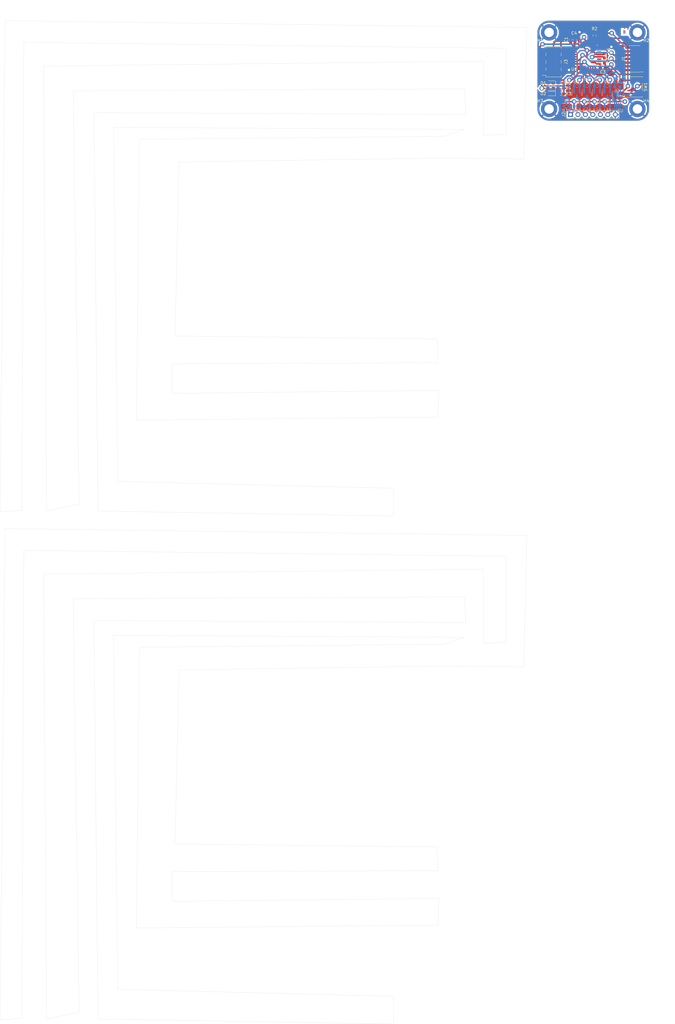
<source format=kicad_pcb>
(kicad_pcb (version 20221018) (generator pcbnew)
  (layers (0 "F.Cu" signal) (31 "B.Cu" signal) (34 "B.Paste" user) (35 "F.Paste" user) (36 "B.SilkS" user "B.Silkscreen") (37 "F.SilkS" user "F.Silkscreen") (38 "B.Mask" user) (39 "F.Mask" user) (44 "Edge.Cuts" user))
  (net 0 "")
  (net 1 "+5V-v2-")
  (net 2 "GND-v2-")
  (net 3 "+3.3V-v2-")
  (net 4 "Net-(D1-K)-v2-")
  (net 6 "Net-(D3-K)-v2-")
  (net 7 "Status_LED-v2-")
  (net 8 "Data_Clock_SNES-v2-")
  (net 9 "Data_Latch_SNES-v2-")
  (net 10 "Net-(D2-K)-v2-")
  (net 11 "Serial_Data1_SNES-v2-")
  (net 12 "Serial_Data2_SNES-v2-")
  (net 13 "SPI_Chip_Select-v2-")
  (net 14 "Chip_Enable-v2-")
  (net 15 "SPI_Digital_Input-v2-")
  (net 16 "SPI_Clock-v2-")
  (net 17 "SPI_Digital_Output-v2-")
  (net 18 "IOBit_SNES-v2-")
  (net 19 "Data_Clock_STM32-v2-")
  (net 20 "Data_Latch_STM32-v2-")
  (net 21 "Appairing_Btn-v2-")
  (net 22 "Net-(U2-BP)-v2-")
  (net 23 "SWDIO-v2-")
  (net 24 "SWDCK-v2-")
  (net 27 "NRST-v2-")
  (net 28 "USART2_RX-v2-")
  (net 29 "USART2_TX-v2-")
  (net 30 "Serial_Data1_STM32-v2-")
  (net 31 "IOBit_STM32-v2-")
  (net 32 "Serial_Data2_STM32-v2-")
  (footprint "Resistor_SMD:R_0603_1608Metric_Pad0.98x0.95mm_HandSolder" (layer "F.Cu") (at 203.17 6.32 90)
    (fp_text reference "R2")
    (fp_text value "10k")
  )
  (footprint "Resistor_SMD:R_0603_1608Metric_Pad0.98x0.95mm_HandSolder" (layer "F.Cu") (at 191.76875 24.25)
    (fp_text reference "R4")
    (fp_text value "1k")
  )
  (footprint "Connector_PinHeader_1.27mm:PinHeader_2x07_P1.27mm_Vertical_SMD" (layer "F.Cu") (at 216.75 14.25 180)
    (fp_text reference "J1")
    (fp_text value "Conn_02x07_Odd_Even")
  )
  (footprint "Diode_SMD:D_0603_1608Metric_Pad1.05x0.95mm_HandSolder" (layer "F.Cu") (at 188.26875 22.45 180)
    (fp_text reference "D1")
    (fp_text value "LED_Small")
  )
  (footprint "Capacitor_SMD:C_0603_1608Metric_Pad1.08x0.95mm_HandSolder" (layer "F.Cu") (at 195.05 7.75 90)
    (fp_text reference "C1")
    (fp_text value "10u")
  )
  (footprint "Resistor_SMD:R_0603_1608Metric_Pad0.98x0.95mm_HandSolder" (layer "F.Cu") (at 191.76875 22.45)
    (fp_text reference "R1")
    (fp_text value "1k")
  )
  (footprint "MountingHole:MountingHole_3.2mm_M3_DIN965_Pad" (layer "F.Cu") (at 217.75 5.25)
    (fp_text reference "H2")
    (fp_text value "MountingHole_Pad")
  )
  (footprint "Resistor_SMD:R_0603_1608Metric_Pad0.98x0.95mm_HandSolder" (layer "F.Cu") (at 191.76875 26.05)
    (fp_text reference "R3")
    (fp_text value "1k")
  )
  (footprint "Capacitor_SMD:C_0603_1608Metric_Pad1.08x0.95mm_HandSolder" (layer "F.Cu") (at 196.55 7.75 90)
    (fp_text reference "C4")
    (fp_text value "100n")
  )
  (footprint "MountingHole:MountingHole_3.2mm_M3_DIN965_Pad" (layer "F.Cu") (at 187.75 31.25)
    (fp_text reference "H3")
    (fp_text value "MountingHole_Pad")
  )
  (footprint "MountingHole:MountingHole_3.2mm_M3_DIN965_Pad" (layer "F.Cu") (at 187.75 5.25)
    (fp_text reference "H1")
    (fp_text value "MountingHole_Pad")
  )
  (footprint "Connector_PinSocket_2.54mm:PinSocket_2x04_P2.54mm_Vertical_SMD" (layer "F.Cu") (at 189.25 15.25 180)
    (fp_text reference "J3")
    (fp_text value "Conn_01x08_Socket")
  )
  (footprint "Package_QFP:LQFP-32_7x7mm_P0.8mm" (layer "F.Cu") (at 200.6 13.15 180)
    (fp_text reference "U1")
    (fp_text value "STM32L412KBTx")
  )
  (footprint "Diode_SMD:D_0603_1608Metric_Pad1.05x0.95mm_HandSolder" (layer "F.Cu") (at 188.26875 24.25 180)
    (fp_text reference "D3")
    (fp_text value "LED")
  )
  (footprint "Button_Switch_SMD:SW_SPST_B3S-1000" (layer "F.Cu") (at 216.25 23.75 180)
    (fp_text reference "SW1")
    (fp_text value "SW_SPST")
  )
  (footprint "Connector_PinHeader_2.54mm:PinHeader_1x07_P2.54mm_Vertical" (layer "F.Cu") (at 195 33.15 90)
    (fp_text reference "J2")
    (fp_text value "Conn_01x07_Socket")
  )
  (footprint "Diode_SMD:D_0603_1608Metric_Pad1.05x0.95mm_HandSolder" (layer "F.Cu") (at 188.26875 26.05 180)
    (fp_text reference "D2")
    (fp_text value "LED_Small")
  )
  (footprint "Capacitor_SMD:C_0603_1608Metric_Pad1.08x0.95mm_HandSolder" (layer "F.Cu") (at 206.51 11.5 90)
    (fp_text reference "C5")
    (fp_text value "100n")
  )
  (footprint "MountingHole:MountingHole_3.2mm_M3_DIN965_Pad" (layer "F.Cu") (at 217.75 31.25)
    (fp_text reference "H4")
    (fp_text value "MountingHole_Pad")
  )
  (footprint "Capacitor_SMD:C_0603_1608Metric_Pad1.08x0.95mm_HandSolder" (layer "F.Cu") (at 206.0025 17.19)
    (fp_text reference "C3")
    (fp_text value "100n")
  )
  (footprint "Capacitor_SMD:C_0603_1608Metric_Pad1.08x0.95mm_HandSolder" (layer "F.Cu") (at 206.51 14.8025 90)
    (fp_text reference "C2")
    (fp_text value "100n")
  )
  (footprint "Package_TO_SOT_SMD:SOT-23" (layer "B.Cu") (at 193.7 26.15 -90)
    (fp_text reference "Q1")
    (fp_text value "2N7002")
  )
  (footprint "Resistor_SMD:R_0603_1608Metric_Pad0.98x0.95mm_HandSolder" (layer "B.Cu") (at 200.6 23.45)
    (fp_text reference "R7")
    (fp_text value "10k")
  )
  (footprint "Capacitor_SMD:C_0603_1608Metric_Pad1.08x0.95mm_HandSolder" (layer "B.Cu") (at 210.9 22.2 180)
    (fp_text reference "C7")
    (fp_text value "2.2u")
  )
  (footprint "Package_TO_SOT_SMD:SOT-23" (layer "B.Cu") (at 204.05 26.15 -90)
    (fp_text reference "Q4")
    (fp_text value "2N7002")
  )
  (footprint "Package_TO_SOT_SMD:SOT-23" (layer "B.Cu") (at 207.5 26.15 -90)
    (fp_text reference "Q5")
    (fp_text value "2N7002")
  )
  (footprint "Package_SO:MSOP-8_3x3mm_P0.65mm" (layer "B.Cu") (at 211.0125 27.9 -90)
    (fp_text reference "U2")
    (fp_text value "MIC5219-3.3YMM")
  )
  (footprint "Resistor_SMD:R_0603_1608Metric_Pad0.98x0.95mm_HandSolder" (layer "B.Cu") (at 204.05 23.45)
    (fp_text reference "R8")
    (fp_text value "10k")
  )
  (footprint "Capacitor_SMD:C_0603_1608Metric_Pad1.08x0.95mm_HandSolder" (layer "B.Cu") (at 210.9 23.7 180)
    (fp_text reference "C6")
    (fp_text value "470p")
  )
  (footprint "Resistor_SMD:R_0603_1608Metric_Pad0.98x0.95mm_HandSolder" (layer "B.Cu") (at 197.15 23.45)
    (fp_text reference "R6")
    (fp_text value "10k")
  )
  (footprint "Resistor_SMD:R_0603_1608Metric_Pad0.98x0.95mm_HandSolder" (layer "B.Cu") (at 204.05 30.35)
    (fp_text reference "R13")
    (fp_text value "10k")
  )
  (footprint "Resistor_SMD:R_0603_1608Metric_Pad0.98x0.95mm_HandSolder" (layer "B.Cu") (at 193.7 30.35)
    (fp_text reference "R10")
    (fp_text value "10k")
  )
  (footprint "Resistor_SMD:R_0603_1608Metric_Pad0.98x0.95mm_HandSolder" (layer "B.Cu") (at 207.5 30.35)
    (fp_text reference "R14")
    (fp_text value "10k")
  )
  (footprint "Resistor_SMD:R_0603_1608Metric_Pad0.98x0.95mm_HandSolder" (layer "B.Cu") (at 193.7 23.45)
    (fp_text reference "R5")
    (fp_text value "10k")
  )
  (footprint "Package_TO_SOT_SMD:SOT-23" (layer "B.Cu") (at 200.6 26.15 -90)
    (fp_text reference "Q3")
    (fp_text value "2N7002")
  )
  (footprint "Resistor_SMD:R_0603_1608Metric_Pad0.98x0.95mm_HandSolder" (layer "B.Cu") (at 200.6 30.35)
    (fp_text reference "R12")
    (fp_text value "10k")
  )
  (footprint "Package_TO_SOT_SMD:SOT-23" (layer "B.Cu") (at 197.15 26.15 -90)
    (fp_text reference "Q2")
    (fp_text value "2N7002")
  )
  (footprint "Resistor_SMD:R_0603_1608Metric_Pad0.98x0.95mm_HandSolder" (layer "B.Cu") (at 207.5 23.45)
    (fp_text reference "R9")
    (fp_text value "10k")
  )
  (footprint "Resistor_SMD:R_0603_1608Metric_Pad0.98x0.95mm_HandSolder" (layer "B.Cu") (at 197.15 30.35)
    (fp_text reference "R11")
    (fp_text value "10k")
  )
  (gr_line (start 2.929937 173.74989) (end 1.249937 340.62989) (stroke (width 0.05)) (layer "Edge.Cuts"))
  (gr_line (start 180.219937 3.59989) (end 2.929937 1.24989) (stroke (width 0.05)) (layer "Edge.Cuts"))
  (gr_line (start 159.059937 24.41989) (end 159.399937 33.14989) (stroke (width 0.05)) (layer "Edge.Cuts"))
  (gr_line (start 47.589937 309.39989) (end 149.999937 308.38989) (stroke (width 0.05)) (layer "Edge.Cuts"))
  (gr_line (start 59.679937 117.75989) (end 149.999937 117.42989) (stroke (width 0.05)) (layer "Edge.Cuts"))
  (gr_line (start 1.249937 340.62989) (end 8.639937 339.94989) (stroke (width 0.05)) (layer "Edge.Cuts"))
  (gr_line (start 17.039937 167.78989) (end 28.119937 165.43989) (stroke (width 0.05)) (layer "Edge.Cuts"))
  (gr_line (start 39.869937 37.50989) (end 158.729937 38.18989) (stroke (width 0.05)) (layer "Edge.Cuts"))
  (gr_line (start 183.75 31.25) (end 183.75 5.25) (stroke (width 0.1)) (layer "Edge.Cuts"))
  (gr_line (start 158.729937 210.68989) (end 152.349937 213.03989) (stroke (width 0.05)) (layer "Edge.Cuts"))
  (gr_line (start 59.679937 290.25989) (end 149.999937 289.92989) (stroke (width 0.05)) (layer "Edge.Cuts"))
  (gr_line (start 179.209937 48.25989) (end 180.219937 3.59989) (stroke (width 0.05)) (layer "Edge.Cuts"))
  (gr_line (start 34.489937 340.28989) (end 134.889937 341.96989) (stroke (width 0.05)) (layer "Edge.Cuts"))
  (gr_line (start 152.349937 213.03989) (end 48.599937 214.03989) (stroke (width 0.05)) (layer "Edge.Cuts"))
  (gr_line (start 9.309937 181.13989) (end 173.159937 183.14989) (stroke (width 0.05)) (layer "Edge.Cuts"))
  (gr_line (start 33.149937 204.97989) (end 34.489937 340.28989) (stroke (width 0.05)) (layer "Edge.Cuts"))
  (gr_line (start 150.329937 126.82989) (end 59.679937 127.82989) (stroke (width 0.05)) (layer "Edge.Cuts"))
  (gr_line (start 47.589937 136.89989) (end 149.999937 135.88989) (stroke (width 0.05)) (layer "Edge.Cuts"))
  (gr_line (start 9.309937 8.63989) (end 173.159937 10.64989) (stroke (width 0.05)) (layer "Edge.Cuts"))
  (gr_line (start 153.019937 47.91989) (end 179.209937 48.25989) (stroke (width 0.05)) (layer "Edge.Cuts"))
  (gr_line (start 26.099937 25.08989) (end 159.059937 24.41989) (stroke (width 0.05)) (layer "Edge.Cuts"))
  (gr_line (start 159.399937 205.64989) (end 33.149937 204.97989) (stroke (width 0.05)) (layer "Edge.Cuts"))
  (gr_line (start 134.889937 160.06989) (end 41.209937 157.71989) (stroke (width 0.05)) (layer "Edge.Cuts"))
  (gr_line (start 41.209937 330.21989) (end 39.869937 210.00989) (stroke (width 0.05)) (layer "Edge.Cuts"))
  (gr_line (start 150.329937 299.32989) (end 59.679937 300.32989) (stroke (width 0.05)) (layer "Edge.Cuts"))
  (gr_line (start 62.029937 221.76989) (end 153.019937 220.41989) (stroke (width 0.05)) (layer "Edge.Cuts"))
  (gr_line (start 187.75 1.25) (end 217.75 1.25) (stroke (width 0.1)) (layer "Edge.Cuts"))
  (gr_arc (start 221.75 31.25) (mid 220.578427 34.078427) (end 217.75 35.25) (stroke (width 0.1)) (layer "Edge.Cuts"))
  (gr_line (start 16.029937 16.69989) (end 17.039937 167.78989) (stroke (width 0.05)) (layer "Edge.Cuts"))
  (gr_line (start 173.159937 212.35989) (end 165.439937 212.69989) (stroke (width 0.05)) (layer "Edge.Cuts"))
  (gr_line (start 134.889937 332.56989) (end 41.209937 330.21989) (stroke (width 0.05)) (layer "Edge.Cuts"))
  (gr_line (start 59.679937 300.32989) (end 59.679937 290.25989) (stroke (width 0.05)) (layer "Edge.Cuts"))
  (gr_arc (start 183.75 5.25) (mid 184.921573 2.421573) (end 187.75 1.25) (stroke (width 0.1)) (layer "Edge.Cuts"))
  (gr_line (start 60.679937 108.35989) (end 62.029937 49.26989) (stroke (width 0.05)) (layer "Edge.Cuts"))
  (gr_line (start 149.999937 117.42989) (end 149.659937 109.36989) (stroke (width 0.05)) (layer "Edge.Cuts"))
  (gr_line (start 28.119937 337.93989) (end 26.099937 197.58989) (stroke (width 0.05)) (layer "Edge.Cuts"))
  (gr_line (start 165.439937 187.51989) (end 16.029937 189.19989) (stroke (width 0.05)) (layer "Edge.Cuts"))
  (gr_line (start 221.75 5.25) (end 221.75 31.25) (stroke (width 0.1)) (layer "Edge.Cuts"))
  (gr_arc (start 217.75 1.25) (mid 220.578427 2.421573) (end 221.75 5.25) (stroke (width 0.1)) (layer "Edge.Cuts"))
  (gr_line (start 33.149937 32.47989) (end 34.489937 167.78989) (stroke (width 0.05)) (layer "Edge.Cuts"))
  (gr_line (start 165.439937 40.19989) (end 165.439937 15.01989) (stroke (width 0.05)) (layer "Edge.Cuts"))
  (gr_line (start 173.159937 39.85989) (end 165.439937 40.19989) (stroke (width 0.05)) (layer "Edge.Cuts"))
  (gr_line (start 134.889937 341.96989) (end 134.889937 332.56989) (stroke (width 0.05)) (layer "Edge.Cuts"))
  (gr_line (start 158.729937 38.18989) (end 152.349937 40.53989) (stroke (width 0.05)) (layer "Edge.Cuts"))
  (gr_line (start 48.599937 214.03989) (end 47.589937 309.39989) (stroke (width 0.05)) (layer "Edge.Cuts"))
  (gr_line (start 41.209937 157.71989) (end 39.869937 37.50989) (stroke (width 0.05)) (layer "Edge.Cuts"))
  (gr_line (start 59.679937 127.82989) (end 59.679937 117.75989) (stroke (width 0.05)) (layer "Edge.Cuts"))
  (gr_line (start 159.059937 196.91989) (end 159.399937 205.64989) (stroke (width 0.05)) (layer "Edge.Cuts"))
  (gr_line (start 16.029937 189.19989) (end 17.039937 340.28989) (stroke (width 0.05)) (layer "Edge.Cuts"))
  (gr_line (start 149.999937 135.88989) (end 150.329937 126.82989) (stroke (width 0.05)) (layer "Edge.Cuts"))
  (gr_line (start 165.439937 212.69989) (end 165.439937 187.51989) (stroke (width 0.05)) (layer "Edge.Cuts"))
  (gr_line (start 28.119937 165.43989) (end 26.099937 25.08989) (stroke (width 0.05)) (layer "Edge.Cuts"))
  (gr_line (start 153.019937 220.41989) (end 179.209937 220.75989) (stroke (width 0.05)) (layer "Edge.Cuts"))
  (gr_line (start 8.639937 167.44989) (end 9.309937 8.63989) (stroke (width 0.05)) (layer "Edge.Cuts"))
  (gr_line (start 34.489937 167.78989) (end 134.889937 169.46989) (stroke (width 0.05)) (layer "Edge.Cuts"))
  (gr_arc (start 187.75 35.25) (mid 184.921573 34.078427) (end 183.75 31.25) (stroke (width 0.1)) (layer "Edge.Cuts"))
  (gr_line (start 159.399937 33.14989) (end 33.149937 32.47989) (stroke (width 0.05)) (layer "Edge.Cuts"))
  (gr_line (start 180.219937 176.09989) (end 2.929937 173.74989) (stroke (width 0.05)) (layer "Edge.Cuts"))
  (gr_line (start 62.029937 49.26989) (end 153.019937 47.91989) (stroke (width 0.05)) (layer "Edge.Cuts"))
  (gr_line (start 48.599937 41.53989) (end 47.589937 136.89989) (stroke (width 0.05)) (layer "Edge.Cuts"))
  (gr_line (start 149.999937 289.92989) (end 149.659937 281.86989) (stroke (width 0.05)) (layer "Edge.Cuts"))
  (gr_line (start 26.099937 197.58989) (end 159.059937 196.91989) (stroke (width 0.05)) (layer "Edge.Cuts"))
  (gr_line (start 173.159937 10.64989) (end 173.159937 39.85989) (stroke (width 0.05)) (layer "Edge.Cuts"))
  (gr_line (start 165.439937 15.01989) (end 16.029937 16.69989) (stroke (width 0.05)) (layer "Edge.Cuts"))
  (gr_line (start 2.929937 1.24989) (end 1.249937 168.12989) (stroke (width 0.05)) (layer "Edge.Cuts"))
  (gr_line (start 60.679937 280.85989) (end 62.029937 221.76989) (stroke (width 0.05)) (layer "Edge.Cuts"))
  (gr_line (start 1.249937 168.12989) (end 8.639937 167.44989) (stroke (width 0.05)) (layer "Edge.Cuts"))
  (gr_line (start 149.999937 308.38989) (end 150.329937 299.32989) (stroke (width 0.05)) (layer "Edge.Cuts"))
  (gr_line (start 152.349937 40.53989) (end 48.599937 41.53989) (stroke (width 0.05)) (layer "Edge.Cuts"))
  (gr_line (start 149.659937 281.86989) (end 60.679937 280.85989) (stroke (width 0.05)) (layer "Edge.Cuts"))
  (gr_line (start 179.209937 220.75989) (end 180.219937 176.09989) (stroke (width 0.05)) (layer "Edge.Cuts"))
  (gr_line (start 173.159937 183.14989) (end 173.159937 212.35989) (stroke (width 0.05)) (layer "Edge.Cuts"))
  (gr_line (start 39.869937 210.00989) (end 158.729937 210.68989) (stroke (width 0.05)) (layer "Edge.Cuts"))
  (gr_line (start 8.639937 339.94989) (end 9.309937 181.13989) (stroke (width 0.05)) (layer "Edge.Cuts"))
  (gr_line (start 17.039937 340.28989) (end 28.119937 337.93989) (stroke (width 0.05)) (layer "Edge.Cuts"))
  (gr_line (start 217.75 35.25) (end 187.75 35.25) (stroke (width 0.1)) (layer "Edge.Cuts"))
  (gr_line (start 134.889937 169.46989) (end 134.889937 160.06989) (stroke (width 0.05)) (layer "Edge.Cuts"))
  (gr_line (start 149.659937 109.36989) (end 60.679937 108.35989) (stroke (width 0.05)) (layer "Edge.Cuts"))
  (gr_text "T" (at 212.75 5.75) (layer "F.Cu") (effects (font (size 1 1)) (justify left bottom)))
  (gr_text "SNES Plug" (at 205.75 3.75) (layer "F.Cu") (effects (font (size 1 1)) (justify left bottom)))
  (gr_text "B" (at 212.75 5.75) (layer "B.Cu") (effects (font (size 1 1)) (justify left bottom)))
  (segment (start 187.39375 26.05) (end 187.39375 26.084561) (width 0.5) (layer "F.Cu") (net 1))
  (segment (start 187.39375 26.084561) (end 188.809189 27.5) (width 0.5) (layer "F.Cu") (net 1))
  (segment (start 190.25 27.5) (end 191.5 28.75) (width 0.5) (layer "F.Cu") (net 1))
  (segment (start 191.5 28.75) (end 196.2375 28.75) (width 0.5) (layer "F.Cu") (net 1))
  (segment (start 196.2375 31.9125) (end 195 33.15) (width 0.5) (layer "F.Cu") (net 1))
  (segment (start 196.2375 28.75) (end 196.2375 31.9125) (width 0.5) (layer "F.Cu") (net 1))
  (segment (start 196.2375 28.75) (end 199.6875 28.75) (width 0.3) (layer "F.Cu") (net 1))
  (segment (start 188.809189 27.5) (end 190.25 27.5) (width 0.5) (layer "F.Cu") (net 1))
  (segment (start 203.1375 28.75) (end 206.5875 28.75) (width 0.5) (layer "F.Cu") (net 1))
  (segment (start 203.1375 28.75) (end 199.6875 28.75) (width 0.5) (layer "F.Cu") (net 1))
  (segment (start 206.5875 28.75) (end 213.5 28.75) (width 0.5) (layer "F.Cu") (net 1))
  (via (at 196.2375 28.75) (size 1.6) (drill 0.8) (layers "F.Cu" "B.Cu") (net 1))
  (via (at 199.6875 28.75) (size 1.6) (drill 0.8) (layers "F.Cu" "B.Cu") (net 1))
  (via (at 203.1375 28.75) (size 1.6) (drill 0.8) (layers "F.Cu" "B.Cu") (net 1))
  (via (at 206.5875 28.75) (size 1.6) (drill 0.8) (layers "F.Cu" "B.Cu") (net 1))
  (via (at 213.5 28.75) (size 1.6) (drill 0.8) (layers "F.Cu" "B.Cu") (net 1))
  (segment (start 195 32.5625) (end 192.7875 30.35) (width 0.5) (layer "B.Cu") (net 1))
  (segment (start 203.1375 28.75) (end 203.1375 30.35) (width 0.5) (layer "B.Cu") (net 1))
  (segment (start 212.106739 28.65) (end 210.6875 27.230761) (width 0.5) (layer "B.Cu") (net 1))
  (segment (start 213.5 28.75) (end 213.4 28.65) (width 0.5) (layer "B.Cu") (net 1))
  (segment (start 199.6875 28.75) (end 199.6875 30.35) (width 0.5) (layer "B.Cu") (net 1))
  (segment (start 210.6875 25.7875) (end 210.6875 27.230761) (width 0.3) (layer "B.Cu") (net 1))
  (segment (start 196.2375 30.35) (end 196.2375 28.75) (width 0.5) (layer "B.Cu") (net 1))
  (segment (start 206.5875 28.75) (end 206.5875 30.35) (width 0.5) (layer "B.Cu") (net 1))
  (segment (start 213.4 28.65) (end 212.106739 28.65) (width 0.5) (layer "B.Cu") (net 1))
  (segment (start 195 33.15) (end 195 32.5625) (width 0.5) (layer "B.Cu") (net 1))
  (segment (start 207.535 14.566193) (end 207.535 11.6625) (width 0.5) (layer "F.Cu") (net 2))
  (segment (start 208.899189 10.15) (end 208.411689 10.6375) (width 0.5) (layer "F.Cu") (net 2))
  (segment (start 208.411689 10.6375) (end 206.51 10.6375) (width 0.5) (layer "F.Cu") (net 2))
  (segment (start 206.51 15.665) (end 206.51 15.591193) (width 0.5) (layer "F.Cu") (net 2))
  (segment (start 204.29 18.215) (end 205.84 18.215) (width 0.5) (layer "F.Cu") (net 2))
  (segment (start 206.865 16.02) (end 206.51 15.665) (width 0.5) (layer "F.Cu") (net 2))
  (segment (start 198.1 5.15) (end 197.8 5.45) (width 0.5) (layer "F.Cu") (net 2))
  (segment (start 197.8 5.45) (end 197.8 8.975) (width 0.5) (layer "F.Cu") (net 2))
  (segment (start 207.535 11.6625) (end 206.51 10.6375) (width 0.5) (layer "F.Cu") (net 2))
  (segment (start 196.55 6.7) (end 198.1 5.15) (width 0.5) (layer "F.Cu") (net 2))
  (segment (start 193.44 19.06) (end 191.77 19.06) (width 0.5) (layer "F.Cu") (net 2))
  (segment (start 206.865 17.19) (end 206.865 16.02) (width 0.5) (layer "F.Cu") (net 2))
  (segment (start 206.51 15.591193) (end 207.535 14.566193) (width 0.5) (layer "F.Cu") (net 2))
  (segment (start 203.4 17.325) (end 204.29 18.215) (width 0.5) (layer "F.Cu") (net 2))
  (segment (start 194.5 18) (end 193.44 19.06) (width 0.5) (layer "F.Cu") (net 2))
  (segment (start 196.55 6.8875) (end 196.55 6.7) (width 0.5) (layer "F.Cu") (net 2))
  (segment (start 205.84 18.215) (end 206.865 17.19) (width 0.5) (layer "F.Cu") (net 2))
  (segment (start 195.05 6.8875) (end 196.55 6.8875) (width 0.5) (layer "F.Cu") (net 2))
  (via (at 194.5 18) (size 1.6) (drill 0.8) (layers "F.Cu" "B.Cu") (net 2))
  (via (at 208.899189 10.15) (size 1.6) (drill 0.8) (layers "F.Cu" "B.Cu") (net 2))
  (via (at 210.0375 20.15) (size 1.6) (drill 0.8) (layers "F.Cu" "B.Cu") (net 2))
  (via (at 198.1 5.15) (size 1.6) (drill 0.8) (layers "F.Cu" "B.Cu") (net 2))
  (segment (start 201.15 5.15) (end 198.1 5.15) (width 0.5) (layer "B.Cu") (net 2))
  (segment (start 210.0375 22.2) (end 210.0375 23.7) (width 0.5) (layer "B.Cu") (net 2))
  (segment (start 210.0375 20.1875) (end 210 20.15) (width 0.5) (layer "B.Cu") (net 2))
  (segment (start 206.15 10.15) (end 201.15 5.15) (width 0.5) (layer "B.Cu") (net 2))
  (segment (start 210.0375 22.2) (end 210.0375 20.15) (width 0.5) (layer "B.Cu") (net 2))
  (segment (start 208.899189 10.15) (end 206.15 10.15) (width 0.5) (layer "B.Cu") (net 2))
  (segment (start 185.25 24.25) (end 185.25 20.54) (width 0.5) (layer "F.Cu") (net 3))
  (segment (start 206.1225 12.75) (end 204.775 12.75) (width 0.5) (layer "F.Cu") (net 3))
  (segment (start 185.25 20.54) (end 186.73 19.06) (width 0.5) (layer "F.Cu") (net 3))
  (segment (start 220.225 21.5) (end 220.75 20.975) (width 0.5) (layer "F.Cu") (net 3))
  (segment (start 200.6 11.4) (end 199.55 10.35) (width 0.5) (layer "F.Cu") (net 3))
  (segment (start 204.775 12.75) (end 203.75 12.75) (width 0.5) (layer "F.Cu") (net 3))
  (segment (start 220.75 20.975) (end 220.75 17.14) (width 0.5) (layer "F.Cu") (net 3))
  (segment (start 203.75 12.75) (end 202.4 11.4) (width 0.5) (layer "F.Cu") (net 3))
  (segment (start 195.05 8.975) (end 196.425 10.35) (width 0.5) (layer "F.Cu") (net 3))
  (segment (start 187.39375 24.25) (end 185.25 24.25) (width 0.5) (layer "F.Cu") (net 3))
  (segment (start 220.4 16.79) (end 220.75 17.14) (width 0.5) (layer "F.Cu") (net 3))
  (segment (start 212.275 21.5) (end 220.225 21.5) (width 0.5) (layer "F.Cu") (net 3))
  (segment (start 199.55 10.35) (end 196.425 10.35) (width 0.5) (layer "F.Cu") (net 3))
  (segment (start 202.290811 15.5) (end 200.6 13.809189) (width 0.5) (layer "F.Cu") (net 3))
  (segment (start 218.225 23.5) (end 220.225 21.5) (width 0.5) (layer "F.Cu") (net 3))
  (segment (start 217.75 23.5) (end 218.225 23.5) (width 0.5) (layer "F.Cu") (net 3))
  (segment (start 203.870406 15.95) (end 203.420406 15.5) (width 0.5) (layer "F.Cu") (net 3))
  (segment (start 195.05 8.6125) (end 195.05 8.975) (width 0.5) (layer "F.Cu") (net 3))
  (segment (start 196.425 8.7375) (end 196.55 8.6125) (width 0.5) (layer "F.Cu") (net 3))
  (segment (start 200.6 13.809189) (end 200.6 11.4) (width 0.5) (layer "F.Cu") (net 3))
  (segment (start 202.4 11.4) (end 200.6 11.4) (width 0.5) (layer "F.Cu") (net 3))
  (segment (start 204.775 15.95) (end 203.870406 15.95) (width 0.5) (layer "F.Cu") (net 3))
  (segment (start 203.420406 15.5) (end 202.290811 15.5) (width 0.5) (layer "F.Cu") (net 3))
  (segment (start 205.14 17.19) (end 205.14 16.315) (width 0.5) (layer "F.Cu") (net 3))
  (segment (start 205.14 16.315) (end 204.775 15.95) (width 0.5) (layer "F.Cu") (net 3))
  (segment (start 206.51 12.3625) (end 206.1225 12.75) (width 0.5) (layer "F.Cu") (net 3))
  (segment (start 196.425 10.35) (end 196.425 8.7375) (width 0.5) (layer "F.Cu") (net 3))
  (segment (start 218.7 16.79) (end 220.4 16.79) (width 0.5) (layer "F.Cu") (net 3))
  (via (at 185.25 24.25) (size 1.6) (drill 0.8) (layers "F.Cu" "B.Cu") (net 3))
  (via (at 217.75 23.5) (size 1.6) (drill 0.8) (layers "F.Cu" "B.Cu") (net 3))
  (via (at 200.6 11.4) (size 1.6) (drill 0.8) (layers "F.Cu" "B.Cu") (net 3))
  (segment (start 211.7625 22.2) (end 211.7625 19.965811) (width 0.5) (layer "B.Cu") (net 3))
  (segment (start 195.171689 20.05) (end 196.2375 21.115811) (width 0.5) (layer "B.Cu") (net 3))
  (segment (start 208.903311 18.8) (end 206.5875 21.115811) (width 0.5) (layer "B.Cu") (net 3))
  (segment (start 196.2375 21.115811) (end 196.2375 23.45) (width 0.5) (layer "B.Cu") (net 3))
  (segment (start 206.55 23.4875) (end 206.5875 23.45) (width 0.5) (layer "B.Cu") (net 3))
  (segment (start 212.45 22.2) (end 211.7625 22.2) (width 0.5) (layer "B.Cu") (net 3))
  (segment (start 196.2 25.2125) (end 196.2 23.4875) (width 0.5) (layer "B.Cu") (net 3))
  (segment (start 197.303311 20.05) (end 196.2375 21.115811) (width 0.5) (layer "B.Cu") (net 3))
  (segment (start 206.55 25.2125) (end 206.55 23.4875) (width 0.5) (layer "B.Cu") (net 3))
  (segment (start 186.05 23.45) (end 192.7875 23.45) (width 0.5) (layer "B.Cu") (net 3))
  (segment (start 211.3375 25.7875) (end 211.3375 26.727817) (width 0.3) (layer "B.Cu") (net 3))
  (segment (start 199.65 23.4875) (end 199.6875 23.45) (width 0.5) (layer "B.Cu") (net 3))
  (segment (start 211.7625 19.965811) (end 210.596689 18.8) (width 0.5) (layer "B.Cu") (net 3))
  (segment (start 203.1 25.2125) (end 203.1 23.4875) (width 0.5) (layer "B.Cu") (net 3))
  (segment (start 213 26.506739) (end 212.356739 27.15) (width 0.5) (layer "B.Cu") (net 3))
  (segment (start 214.743261 26.506739) (end 213 26.506739) (width 0.5) (layer "B.Cu") (net 3))
  (segment (start 197.303311 12.446689) (end 197.303311 20.05) (width 0.5) (layer "B.Cu") (net 3))
  (segment (start 199.6875 21.115811) (end 200.753311 20.05) (width 0.5) (layer "B.Cu") (net 3))
  (segment (start 192.7875 23.45) (end 192.7875 21.315811) (width 0.5) (layer "B.Cu") (net 3))
  (segment (start 210.596689 18.8) (end 208.903311 18.8) (width 0.5) (layer "B.Cu") (net 3))
  (segment (start 203.1375 21.115811) (end 203.1375 23.45) (width 0.5) (layer "B.Cu") (net 3))
  (segment (start 198.621689 20.05) (end 197.303311 20.05) (width 0.5) (layer "B.Cu") (net 3))
  (segment (start 214.743261 26.506739) (end 217.75 23.5) (width 0.5) (layer "B.Cu") (net 3))
  (segment (start 185.25 24.25) (end 186.05 23.45) (width 0.5) (layer "B.Cu") (net 3))
  (segment (start 206.5875 21.115811) (end 205.521689 20.05) (width 0.5) (layer "B.Cu") (net 3))
  (segment (start 192.7875 21.315811) (end 194.053311 20.05) (width 0.5) (layer "B.Cu") (net 3))
  (segment (start 199.6875 23.45) (end 199.6875 21.115811) (width 0.5) (layer "B.Cu") (net 3))
  (segment (start 192.75 25.2125) (end 192.75 23.4875) (width 0.5) (layer "B.Cu") (net 3))
  (segment (start 200.753311 20.05) (end 202.071689 20.05) (width 0.5) (layer "B.Cu") (net 3))
  (segment (start 211.3375 26.727817) (end 211.759683 27.15) (width 0.3) (layer "B.Cu") (net 3))
  (segment (start 206.5875 23.45) (end 206.5875 21.115811) (width 0.5) (layer "B.Cu") (net 3))
  (segment (start 213 22.75) (end 212.45 22.2) (width 0.5) (layer "B.Cu") (net 3))
  (segment (start 199.6875 21.115811) (end 198.621689 20.05) (width 0.5) (layer "B.Cu") (net 3))
  (segment (start 204.203311 20.05) (end 203.1375 21.115811) (width 0.5) (layer "B.Cu") (net 3))
  (segment (start 213 26.506739) (end 213 22.75) (width 0.5) (layer "B.Cu") (net 3))
  (segment (start 202.071689 20.05) (end 203.1375 21.115811) (width 0.5) (layer "B.Cu") (net 3))
  (segment (start 205.521689 20.05) (end 204.203311 20.05) (width 0.5) (layer "B.Cu") (net 3))
  (segment (start 198.35 11.4) (end 197.303311 12.446689) (width 0.5) (layer "B.Cu") (net 3))
  (segment (start 199.65 25.2125) (end 199.65 23.4875) (width 0.5) (layer "B.Cu") (net 3))
  (segment (start 196.2 23.4875) (end 196.2375 23.45) (width 0.5) (layer "B.Cu") (net 3))
  (segment (start 192.75 23.4875) (end 192.7875 23.45) (width 0.5) (layer "B.Cu") (net 3))
  (segment (start 203.1 23.4875) (end 203.1375 23.45) (width 0.5) (layer "B.Cu") (net 3))
  (segment (start 212.356739 27.15) (end 211.759683 27.15) (width 0.5) (layer "B.Cu") (net 3))
  (segment (start 200.6 11.4) (end 198.35 11.4) (width 0.5) (layer "B.Cu") (net 3))
  (segment (start 194.053311 20.05) (end 195.171689 20.05) (width 0.5) (layer "B.Cu") (net 3))
  (segment (start 190.85625 22.45) (end 189.14375 22.45) (width 0.5) (layer "F.Cu") (net 4))
  (segment (start 190.85625 24.25) (end 189.14375 24.25) (width 0.5) (layer "F.Cu") (net 6))
  (segment (start 195.125 20) (end 197.8 17.325) (width 0.5) (layer "F.Cu") (net 7))
  (segment (start 188.41875 21.425) (end 192.575 21.425) (width 0.5) (layer "F.Cu") (net 7))
  (segment (start 187.39375 22.45) (end 188.41875 21.425) (width 0.5) (layer "F.Cu") (net 7))
  (segment (start 192.575 21.425) (end 194 20) (width 0.5) (layer "F.Cu") (net 7))
  (segment (start 194 20) (end 195.125 20) (width 0.5) (layer "F.Cu") (net 7))
  (segment (start 196.0125 31.75) (end 194.6125 30.35) (width 0.5) (layer "B.Cu") (net 8))
  (segment (start 197.54 32.54) (end 196.75 31.75) (width 0.5) (layer "B.Cu") (net 8))
  (segment (start 197.54 33.15) (end 197.54 32.54) (width 0.5) (layer "B.Cu") (net 8))
  (segment (start 194.6125 30.35) (end 194.6125 28) (width 0.5) (layer "B.Cu") (net 8))
  (segment (start 196.75 31.75) (end 196.0125 31.75) (width 0.5) (layer "B.Cu") (net 8))
  (segment (start 194.6125 28) (end 193.7 27.0875) (width 0.5) (layer "B.Cu") (net 8))
  (segment (start 198.0625 30.35) (end 198.0625 31.2125) (width 0.5) (layer "B.Cu") (net 9))
  (segment (start 198.0625 28) (end 197.15 27.0875) (width 0.5) (layer "B.Cu") (net 9))
  (segment (start 198.0625 30.35) (end 198.0625 28) (width 0.5) (layer "B.Cu") (net 9))
  (segment (start 198.0625 31.2125) (end 200 33.15) (width 0.5) (layer "B.Cu") (net 9))
  (segment (start 189.14375 26.05) (end 190.85625 26.05) (width 0.5) (layer "F.Cu") (net 10))
  (segment (start 201.5125 28) (end 200.6 27.0875) (width 0.5) (layer "B.Cu") (net 11))
  (segment (start 201.5125 30.35) (end 201.5125 32.1625) (width 0.5) (layer "B.Cu") (net 11))
  (segment (start 201.5125 32.1625) (end 202.5 33.15) (width 0.5) (layer "B.Cu") (net 11))
  (segment (start 201.5125 30.35) (end 201.5125 28) (width 0.5) (layer "B.Cu") (net 11))
  (segment (start 204.9625 33.1125) (end 205 33.15) (width 0.5) (layer "B.Cu") (net 12))
  (segment (start 204.9625 28) (end 204.05 27.0875) (width 0.5) (layer "B.Cu") (net 12))
  (segment (start 204.9625 30.35) (end 204.9625 33.1125) (width 0.5) (layer "B.Cu") (net 12))
  (segment (start 204.9625 30.35) (end 204.9625 28) (width 0.5) (layer "B.Cu") (net 12))
  (segment (start 194 12) (end 194 14.75) (width 0.5) (layer "F.Cu") (net 13))
  (segment (start 193.5 15.25) (end 188 15.25) (width 0.5) (layer "F.Cu") (net 13))
  (segment (start 194 14.75) (end 193.5 15.25) (width 0.5) (layer "F.Cu") (net 13))
  (segment (start 196.425 11.15) (end 194.85 11.15) (width 0.5) (layer "F.Cu") (net 13))
  (segment (start 188 15.25) (end 186.73 16.52) (width 0.5) (layer "F.Cu") (net 13))
  (segment (start 194.85 11.15) (end 194 12) (width 0.5) (layer "F.Cu") (net 13))
  (segment (start 195.125 12.345406) (end 195.520406 11.95) (width 0.5) (layer "F.Cu") (net 14))
  (segment (start 194.23 16.52) (end 195.125 15.625) (width 0.5) (layer "F.Cu") (net 14))
  (segment (start 195.520406 11.95) (end 196.425 11.95) (width 0.5) (layer "F.Cu") (net 14))
  (segment (start 195.125 15.625) (end 195.125 12.345406) (width 0.5) (layer "F.Cu") (net 14))
  (segment (start 191.77 16.52) (end 194.23 16.52) (width 0.5) (layer "F.Cu") (net 14))
  (segment (start 191.77 11.44) (end 191.77 8.516307) (width 0.5) (layer "F.Cu") (net 15))
  (segment (start 198.8 3.8) (end 201 6) (width 0.5) (layer "F.Cu") (net 15))
  (segment (start 201 6) (end 201 8.975) (width 0.5) (layer "F.Cu") (net 15))
  (segment (start 196.486307 3.8) (end 198.8 3.8) (width 0.5) (layer "F.Cu") (net 15))
  (segment (start 191.77 8.516307) (end 196.486307 3.8) (width 0.5) (layer "F.Cu") (net 15))
  (segment (start 189.25 9) (end 195.75 2.5) (width 0.5) (layer "F.Cu") (net 16))
  (segment (start 191.77 13.98) (end 190.77 13.98) (width 0.5) (layer "F.Cu") (net 16))
  (segment (start 195.75 2.5) (end 199.75 2.5) (width 0.5) (layer "F.Cu") (net 16))
  (segment (start 190.77 13.98) (end 189.25 12.46) (width 0.5) (layer "F.Cu") (net 16))
  (segment (start 201.8 4.55) (end 201.8 8.975) (width 0.5) (layer "F.Cu") (net 16))
  (segment (start 189.25 12.46) (end 189.25 9) (width 0.5) (layer "F.Cu") (net 16))
  (segment (start 199.75 2.5) (end 201.8 4.55) (width 0.5) (layer "F.Cu") (net 16))
  (segment (start 200.2 8.070406) (end 200.2 8.975) (width 0.5) (layer "F.Cu") (net 17))
  (segment (start 184.68 12.93) (end 184.68 10.07) (width 0.5) (layer "F.Cu") (net 17))
  (segment (start 199.6 7.470406) (end 200.2 8.070406) (width 0.5) (layer "F.Cu") (net 17))
  (segment (start 186.73 13.98) (end 185.73 13.98) (width 0.5) (layer "F.Cu") (net 17))
  (segment (start 184.68 10.07) (end 185.5 9.25) (width 0.5) (layer "F.Cu") (net 17))
  (segment (start 185.73 13.98) (end 184.68 12.93) (width 0.5) (layer "F.Cu") (net 17))
  (segment (start 199.6 6.9) (end 199.6 7.470406) (width 0.5) (layer "F.Cu") (net 17))
  (via (at 185.5 9.25) (size 1.6) (drill 0.8) (layers "F.Cu" "B.Cu") (net 17))
  (via (at 199.6 6.9) (size 1.6) (drill 0.8) (layers "F.Cu" "B.Cu") (net 17))
  (segment (start 185.5 9.25) (end 197.25 9.25) (width 0.5) (layer "B.Cu") (net 17))
  (segment (start 197.25 9.25) (end 199.6 6.9) (width 0.5) (layer "B.Cu") (net 17))
  (segment (start 208.4125 28) (end 207.5 27.0875) (width 0.5) (layer "B.Cu") (net 18))
  (segment (start 208.4125 30.35) (end 208.4125 28) (width 0.5) (layer "B.Cu") (net 18))
  (segment (start 208.4125 30.35) (end 208.4125 32.2375) (width 0.5) (layer "B.Cu") (net 18))
  (segment (start 208.4125 32.2375) (end 207.5 33.15) (width 0.5) (layer "B.Cu") (net 18))
  (segment (start 198.6 18.229594) (end 198.6 17.325) (width 0.5) (layer "F.Cu") (net 19))
  (segment (start 194.6125 21.4) (end 195.429594 21.4) (width 0.5) (layer "F.Cu") (net 19))
  (segment (start 195.429594 21.4) (end 198.6 18.229594) (width 0.5) (layer "F.Cu") (net 19))
  (via (at 194.6125 21.4) (size 1.6) (drill 0.8) (layers "F.Cu" "B.Cu") (net 19))
  (segment (start 194.65 25.2125) (end 194.65 23.4875) (width 0.5) (layer "B.Cu") (net 19))
  (segment (start 194.65 23.4875) (end 194.6125 23.45) (width 0.5) (layer "B.Cu") (net 19))
  (segment (start 194.6125 23.45) (end 194.6125 21.4) (width 0.5) (layer "B.Cu") (net 19))
  (segment (start 199.4 20.0625) (end 199.4 17.325) (width 0.5) (layer "F.Cu") (net 20))
  (segment (start 198.0625 21.4) (end 199.4 20.0625) (width 0.5) (layer "F.Cu") (net 20))
  (via (at 198.0625 21.4) (size 1.6) (drill 0.8) (layers "F.Cu" "B.Cu") (net 20))
  (segment (start 198.0625 23.45) (end 198.0625 21.4) (width 0.5) (layer "B.Cu") (net 20))
  (segment (start 198.1 25.2125) (end 198.1 23.4875) (width 0.5) (layer "B.Cu") (net 20))
  (segment (start 198.1 23.4875) (end 198.0625 23.45) (width 0.5) (layer "B.Cu") (net 20))
  (segment (start 204.9025 5.5) (end 203.17 7.2325) (width 0.5) (layer "F.Cu") (net 21))
  (segment (start 202.6 7.8025) (end 203.17 7.2325) (width 0.5) (layer "F.Cu") (net 21))
  (segment (start 214.5 23.75) (end 212.275 25.975) (width 0.5) (layer "F.Cu") (net 21))
  (segment (start 220.225 26) (end 212.275 26) (width 0.5) (layer "F.Cu") (net 21))
  (segment (start 212.275 25.975) (end 212.275 26) (width 0.5) (layer "F.Cu") (net 21))
  (segment (start 202.6 8.975) (end 202.6 7.8025) (width 0.5) (layer "F.Cu") (net 21))
  (segment (start 209 5.5) (end 204.9025 5.5) (width 0.5) (layer "F.Cu") (net 21))
  (segment (start 214.5 23.5) (end 214.5 23.75) (width 0.5) (layer "F.Cu") (net 21))
  (via (at 209 5.5) (size 1.6) (drill 0.8) (layers "F.Cu" "B.Cu") (net 21))
  (via (at 214.5 23.5) (size 1.6) (drill 0.8) (layers "F.Cu" "B.Cu") (net 21))
  (segment (start 214.5 11) (end 209 5.5) (width 0.5) (layer "B.Cu") (net 21))
  (segment (start 214.5 23.5) (end 214.5 11) (width 0.5) (layer "B.Cu") (net 21))
  (segment (start 211.9875 25.7875) (end 211.9875 23.925) (width 0.3) (layer "B.Cu") (net 22))
  (segment (start 211.9875 23.925) (end 211.7625 23.7) (width 0.3) (layer "B.Cu") (net 22))
  (segment (start 196.425 15.15) (end 197.329594 15.15) (width 0.5) (layer "F.Cu") (net 23))
  (segment (start 212.809189 18.06) (end 208.899189 14.15) (width 0.5) (layer "F.Cu") (net 23))
  (segment (start 199.1 13.379594) (end 199.1 13) (width 0.5) (layer "F.Cu") (net 23))
  (segment (start 197.329594 15.15) (end 199.1 13.379594) (width 0.5) (layer "F.Cu") (net 23))
  (segment (start 214.8 18.06) (end 212.809189 18.06) (width 0.5) (layer "F.Cu") (net 23))
  (via (at 208.899189 14.15) (size 1.6) (drill 0.8) (layers "F.Cu" "B.Cu") (net 23))
  (via (at 199.1 13) (size 1.6) (drill 0.8) (layers "F.Cu" "B.Cu") (net 23))
  (segment (start 199.75 13) (end 201.75 15) (width 0.5) (layer "B.Cu") (net 23))
  (segment (start 201.75 15) (end 208.049189 15) (width 0.5) (layer "B.Cu") (net 23))
  (segment (start 208.049189 15) (end 208.899189 14.15) (width 0.5) (layer "B.Cu") (net 23))
  (segment (start 199.1 13) (end 199.75 13) (width 0.5) (layer "B.Cu") (net 23))
  (segment (start 208.899189 16.899189) (end 208.899189 16.15) (width 0.5) (layer "F.Cu") (net 24))
  (segment (start 216.43 19.5) (end 211.5 19.5) (width 0.5) (layer "F.Cu") (net 24))
  (segment (start 211.5 19.5) (end 208.899189 16.899189) (width 0.5) (layer "F.Cu") (net 24))
  (segment (start 217.87 18.06) (end 216.43 19.5) (width 0.5) (layer "F.Cu") (net 24))
  (segment (start 218.7 18.06) (end 217.87 18.06) (width 0.5) (layer "F.Cu") (net 24))
  (segment (start 199.75 15.25) (end 199.05 15.95) (width 0.5) (layer "F.Cu") (net 24))
  (segment (start 199.05 15.95) (end 196.425 15.95) (width 0.5) (layer "F.Cu") (net 24))
  (via (at 199.75 15.25) (size 1.6) (drill 0.8) (layers "F.Cu" "B.Cu") (net 24))
  (via (at 208.899189 16.15) (size 1.6) (drill 0.8) (layers "F.Cu" "B.Cu") (net 24))
  (segment (start 199.75 15.25) (end 201.25 16.75) (width 0.5) (layer "B.Cu") (net 24))
  (segment (start 201.25 16.75) (end 208.299189 16.75) (width 0.5) (layer "B.Cu") (net 24))
  (segment (start 208.299189 16.75) (end 208.899189 16.15) (width 0.5) (layer "B.Cu") (net 24))
  (segment (start 214.8 12.98) (end 209.729189 12.98) (width 0.5) (layer "F.Cu") (net 27))
  (segment (start 209.729189 12.98) (end 208.899189 12.15) (width 0.5) (layer "F.Cu") (net 27))
  (segment (start 202.45 13.55) (end 202.35 13.65) (width 0.5) (layer "F.Cu") (net 27))
  (segment (start 204.775 13.55) (end 202.45 13.55) (width 0.5) (layer "F.Cu") (net 27))
  (segment (start 206.51 13.94) (end 206.12 13.55) (width 0.5) (layer "F.Cu") (net 27))
  (segment (start 206.12 13.55) (end 204.775 13.55) (width 0.5) (layer "F.Cu") (net 27))
  (via (at 202.35 13.65) (size 1.6) (drill 0.8) (layers "F.Cu" "B.Cu") (net 27))
  (via (at 208.899189 12.15) (size 1.6) (drill 0.8) (layers "F.Cu" "B.Cu") (net 27))
  (segment (start 203.85 12.15) (end 202.35 13.65) (width 0.5) (layer "B.Cu") (net 27))
  (segment (start 208.899189 12.15) (end 203.85 12.15) (width 0.5) (layer "B.Cu") (net 27))
  (segment (start 216.75 9.72) (end 216.75 11.25) (width 0.5) (layer "F.Cu") (net 28))
  (segment (start 216.29 11.71) (end 214.8 11.71) (width 0.5) (layer "F.Cu") (net 28))
  (segment (start 216.75 11.25) (end 216.29 11.71) (width 0.5) (layer "F.Cu") (net 28))
  (segment (start 214.28 7.25) (end 216.75 9.72) (width 0.5) (layer "F.Cu") (net 28))
  (segment (start 205.125 7.25) (end 214.28 7.25) (width 0.5) (layer "F.Cu") (net 28))
  (segment (start 203.4 8.975) (end 205.125 7.25) (width 0.5) (layer "F.Cu") (net 28))
  (segment (start 206.325 8.8) (end 204.775 10.35) (width 0.5) (layer "F.Cu") (net 29))
  (segment (start 214.8 10.44) (end 213.16 8.8) (width 0.5) (layer "F.Cu") (net 29))
  (segment (start 213.16 8.8) (end 206.325 8.8) (width 0.5) (layer "F.Cu") (net 29))
  (segment (start 200.2 20.0875) (end 201.5125 21.4) (width 0.5) (layer "F.Cu") (net 30))
  (segment (start 200.2 17.325) (end 200.2 20.0875) (width 0.5) (layer "F.Cu") (net 30))
  (via (at 201.5125 21.4) (size 1.6) (drill 0.8) (layers "F.Cu" "B.Cu") (net 30))
  (segment (start 201.55 25.2125) (end 201.55 23.4875) (width 0.5) (layer "B.Cu") (net 30))
  (segment (start 201.5125 23.45) (end 201.5125 21.4) (width 0.5) (layer "B.Cu") (net 30))
  (segment (start 201.55 23.4875) (end 201.5125 23.45) (width 0.5) (layer "B.Cu") (net 30))
  (segment (start 202.789036 19.55) (end 201.8 18.560964) (width 0.5) (layer "F.Cu") (net 31))
  (segment (start 201.8 18.560964) (end 201.8 17.325) (width 0.5) (layer "F.Cu") (net 31))
  (segment (start 208.4125 21.4) (end 206.5625 19.55) (width 0.5) (layer "F.Cu") (net 31))
  (segment (start 206.5625 19.55) (end 202.789036 19.55) (width 0.5) (layer "F.Cu") (net 31))
  (via (at 208.4125 21.4) (size 1.6) (drill 0.8) (layers "F.Cu" "B.Cu") (net 31))
  (segment (start 208.45 25.2125) (end 208.45 23.4875) (width 0.5) (layer "B.Cu") (net 31))
  (segment (start 208.45 23.4875) (end 208.4125 23.45) (width 0.5) (layer "B.Cu") (net 31))
  (segment (start 208.4125 23.45) (end 208.4125 21.4) (width 0.5) (layer "B.Cu") (net 31))
  (segment (start 204.9625 21.4) (end 203.421689 21.4) (width 0.5) (layer "F.Cu") (net 32))
  (segment (start 203.421689 21.4) (end 201 18.978311) (width 0.5) (layer "F.Cu") (net 32))
  (segment (start 201 18.978311) (end 201 17.325) (width 0.5) (layer "F.Cu") (net 32))
  (via (at 204.9625 21.4) (size 1.6) (drill 0.8) (layers "F.Cu" "B.Cu") (net 32))
  (segment (start 205 23.4875) (end 204.9625 23.45) (width 0.5) (layer "B.Cu") (net 32))
  (segment (start 204.9625 23.45) (end 204.9625 21.4) (width 0.5) (layer "B.Cu") (net 32))
  (segment (start 205 25.2125) (end 205 23.4875) (width 0.5) (layer "B.Cu") (net 32))
  (zone (net 2) (net_name "GND-v2-") (layer "F.Cu") (connect_pads (clearance 0.5)) (min_thickness 0.25) (fill yes (thermal_gap 0.5) (thermal_bridge_width 0.5))
    (polygon (pts (xy 183.75 1.25) (xy 221.75 1.25) (xy 221.75 35.25) (xy 183.75 35.25)))
  )
  (zone (net 2) (net_name "GND-v2-") (layer "B.Cu") (priority 1) (connect_pads (clearance 0.5)) (min_thickness 0.25) (fill yes (thermal_gap 0.5) (thermal_bridge_width 0.5))
    (polygon (pts (xy 183.75 1.25) (xy 221.75 1.25) (xy 221.75 35.25) (xy 183.75 35.25)))
  )
)
</source>
